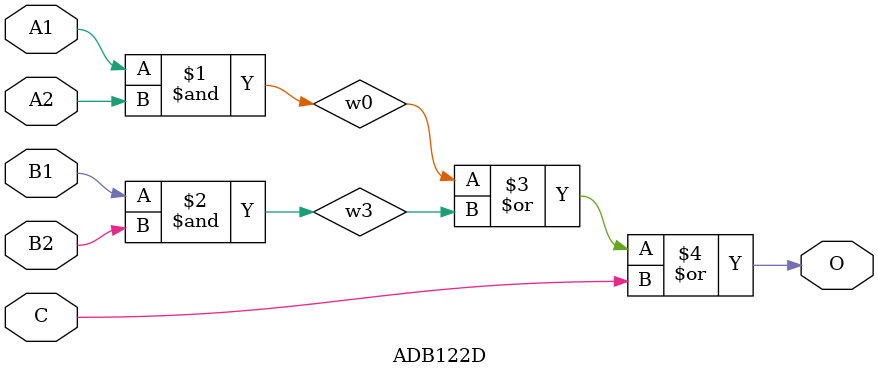
<source format=v>
module ADB122D(A1, A2, B1, B2, C, O);
input   A1;
input   A2;
input   B1;
input   B2;
input   C;
output  O;
and g0(w0, A1, A2);
and g1(w3, B1, B2);
or g2(O, w0, w3, C);
endmodule
</source>
